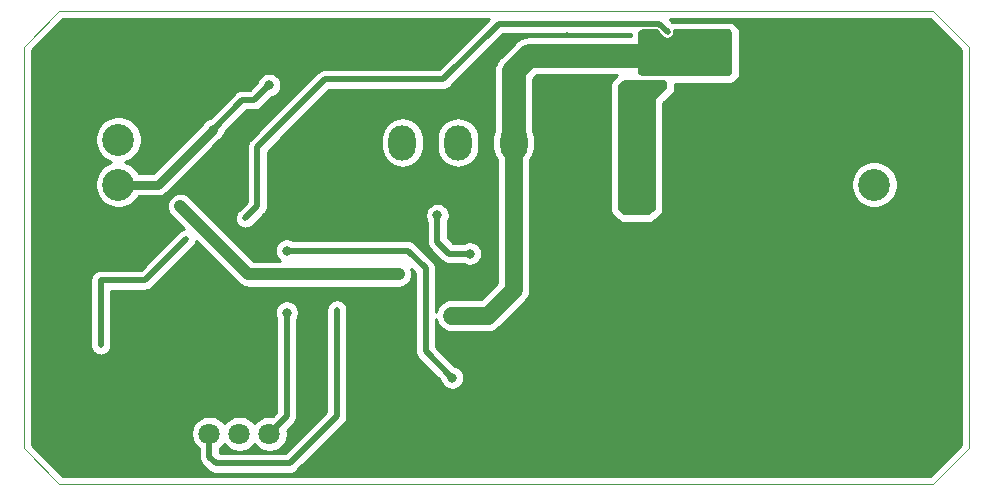
<source format=gbr>
%TF.GenerationSoftware,KiCad,Pcbnew,(5.1.10)-1*%
%TF.CreationDate,2021-06-27T16:37:14+02:00*%
%TF.ProjectId,BatteryBoost,42617474-6572-4794-926f-6f73742e6b69,rev?*%
%TF.SameCoordinates,Original*%
%TF.FileFunction,Copper,L2,Bot*%
%TF.FilePolarity,Positive*%
%FSLAX46Y46*%
G04 Gerber Fmt 4.6, Leading zero omitted, Abs format (unit mm)*
G04 Created by KiCad (PCBNEW (5.1.10)-1) date 2021-06-27 16:37:14*
%MOMM*%
%LPD*%
G01*
G04 APERTURE LIST*
%TA.AperFunction,Profile*%
%ADD10C,0.050000*%
%TD*%
%TA.AperFunction,ComponentPad*%
%ADD11O,2.300000X3.000000*%
%TD*%
%TA.AperFunction,ComponentPad*%
%ADD12C,1.800000*%
%TD*%
%TA.AperFunction,ComponentPad*%
%ADD13C,2.700000*%
%TD*%
%TA.AperFunction,ComponentPad*%
%ADD14O,1.100000X1.800000*%
%TD*%
%TA.AperFunction,ComponentPad*%
%ADD15C,1.290000*%
%TD*%
%TA.AperFunction,ConnectorPad*%
%ADD16C,5.600000*%
%TD*%
%TA.AperFunction,ComponentPad*%
%ADD17C,3.600000*%
%TD*%
%TA.AperFunction,ViaPad*%
%ADD18C,0.500000*%
%TD*%
%TA.AperFunction,ViaPad*%
%ADD19C,0.800000*%
%TD*%
%TA.AperFunction,Conductor*%
%ADD20C,0.500000*%
%TD*%
%TA.AperFunction,Conductor*%
%ADD21C,1.000000*%
%TD*%
%TA.AperFunction,Conductor*%
%ADD22C,2.000000*%
%TD*%
%TA.AperFunction,Conductor*%
%ADD23C,1.500000*%
%TD*%
%TA.AperFunction,Conductor*%
%ADD24C,0.750000*%
%TD*%
%TA.AperFunction,Conductor*%
%ADD25C,0.254000*%
%TD*%
%TA.AperFunction,Conductor*%
%ADD26C,0.100000*%
%TD*%
%TA.AperFunction,Conductor*%
%ADD27C,0.200000*%
%TD*%
G04 APERTURE END LIST*
D10*
X3000000Y-40000000D02*
X0Y-37000000D01*
X80000000Y-37000000D02*
X77000000Y-40000000D01*
X77000000Y0D02*
X80000000Y-3000000D01*
X0Y-3000000D02*
X3000000Y0D01*
X80000000Y-37000000D02*
X80000000Y-3000000D01*
X3000000Y-40000000D02*
X77000000Y-40000000D01*
X77000000Y0D02*
X3000000Y0D01*
X0Y-3000000D02*
X0Y-37000000D01*
D11*
%TO.P,SW1,1*%
%TO.N,Net-(SW1-Pad1)*%
X32050000Y-11100000D03*
%TO.P,SW1,2*%
%TO.N,Net-(Q1-PadD)*%
X36750000Y-11100000D03*
%TO.P,SW1,3*%
%TO.N,SMPS_Pwr*%
X41450000Y-11100000D03*
%TD*%
D12*
%TO.P,RV1,3*%
%TO.N,Net-(R7-Pad1)*%
X20790000Y-35750000D03*
%TO.P,RV1,2*%
%TO.N,SMPS_VoltageSetting*%
X18250000Y-35750000D03*
%TO.P,RV1,1*%
%TO.N,Net-(R6-Pad2)*%
X15710000Y-35750000D03*
%TD*%
D13*
%TO.P,J7,1*%
%TO.N,/Vout*%
X72000000Y-14655000D03*
%TO.P,J7,2*%
%TO.N,GND*%
X72000000Y-10845000D03*
%TD*%
%TO.P,J6,1*%
%TO.N,/Raw_Batt_+*%
X8000000Y-10845000D03*
%TO.P,J6,2*%
%TO.N,/Raw_Batt_-*%
X8000000Y-14655000D03*
%TD*%
D14*
%TO.P,J5,6*%
%TO.N,GND*%
X12650000Y-2450000D03*
D15*
X13825000Y-5250000D03*
X18675000Y-5250000D03*
D14*
X12650000Y-2450000D03*
X19850000Y-2450000D03*
%TD*%
D16*
%TO.P,J4,1*%
%TO.N,GND*%
X4250000Y-35750000D03*
D17*
X4250000Y-35750000D03*
%TD*%
D16*
%TO.P,J3,1*%
%TO.N,GND*%
X75750000Y-4250000D03*
D17*
X75750000Y-4250000D03*
%TD*%
D16*
%TO.P,J2,1*%
%TO.N,GND*%
X75750000Y-35750000D03*
D17*
X75750000Y-35750000D03*
%TD*%
D16*
%TO.P,J1,1*%
%TO.N,GND*%
X4250000Y-4250000D03*
D17*
X4250000Y-4250000D03*
%TD*%
D18*
%TO.N,GND*%
X37750000Y-34250000D03*
X39750000Y-34250000D03*
X40500000Y-35000000D03*
X38750000Y-34250000D03*
X37000000Y-35000000D03*
X47000000Y-34250000D03*
X49000000Y-34250000D03*
X49750000Y-35000000D03*
X48000000Y-34250000D03*
X46250000Y-35000000D03*
X56250000Y-34250000D03*
X58250000Y-34250000D03*
X59000000Y-35000000D03*
X57250000Y-34250000D03*
X55500000Y-35000000D03*
X65500000Y-34250000D03*
X67500000Y-34250000D03*
X68250000Y-35000000D03*
X66500000Y-34250000D03*
X64750000Y-35000000D03*
X63250000Y-2500000D03*
X64000000Y-7250000D03*
X65500000Y-8500000D03*
X67000000Y-7250000D03*
X15500000Y-23750000D03*
X13500000Y-29500000D03*
X15750000Y-28000000D03*
X7000000Y-31000000D03*
X7000000Y-32250000D03*
X8250000Y-33000000D03*
X29500000Y-34250000D03*
X30500000Y-34250000D03*
X31250000Y-35000000D03*
X28500000Y-34250000D03*
X27750000Y-35000000D03*
X12250000Y-18250000D03*
X26000000Y-16750000D03*
X63500000Y-5250000D03*
X46000000Y-2000000D03*
%TO.N,+5V*%
X6500000Y-22750000D03*
X6500000Y-28250000D03*
X13725000Y-19275000D03*
D19*
%TO.N,VBATT*%
X30250000Y-22250000D03*
X31750000Y-22250000D03*
X13250000Y-16500000D03*
%TO.N,Net-(L1-Pad2)*%
X51500000Y-13500000D03*
X51500000Y-14500000D03*
X51500000Y-15500000D03*
X51500000Y-16500000D03*
X52400000Y-6300000D03*
X52900000Y-7100000D03*
X53400000Y-6300000D03*
D18*
%TO.N,SMPS_Pwr*%
X52750000Y-2250000D03*
X52750000Y-3250000D03*
X52750000Y-4250000D03*
X53750000Y-3250000D03*
X53750000Y-4250000D03*
X54750000Y-3750000D03*
X59250000Y-2900000D03*
X59250000Y-3900000D03*
X59250000Y-4900000D03*
X58250000Y-3900000D03*
D19*
X36250000Y-25750000D03*
X37250000Y-25750000D03*
X38250000Y-25750000D03*
X39250000Y-25750000D03*
%TO.N,Net-(R7-Pad1)*%
X22250000Y-25500000D03*
%TO.N,SMPS_Output*%
X22250000Y-20250000D03*
X36250000Y-31000000D03*
D18*
%TO.N,SMPS_VoltageSetting*%
X54500000Y-1750000D03*
X18750000Y-17500000D03*
%TO.N,Net-(R6-Pad2)*%
X26500000Y-25250000D03*
D19*
%TO.N,/Raw_Batt_-*%
X16000000Y-10000000D03*
X20750000Y-6250000D03*
%TO.N,Net-(R16-Pad1)*%
X37750000Y-20500000D03*
X35000000Y-17250000D03*
%TD*%
D20*
%TO.N,+5V*%
X6500000Y-22750000D02*
X6500000Y-28250000D01*
X10250000Y-22750000D02*
X13725000Y-19275000D01*
X6500000Y-22750000D02*
X10250000Y-22750000D01*
D21*
%TO.N,VBATT*%
X31750000Y-22250000D02*
X30250000Y-22250000D01*
X19000000Y-22250000D02*
X13250000Y-16500000D01*
X30250000Y-22250000D02*
X19000000Y-22250000D01*
D22*
%TO.N,SMPS_Pwr*%
X41450000Y-11100000D02*
X41450000Y-5050000D01*
X42750000Y-3750000D02*
X54750000Y-3750000D01*
X41450000Y-5050000D02*
X42750000Y-3750000D01*
D23*
X41450000Y-23550000D02*
X39250000Y-25750000D01*
X39250000Y-25750000D02*
X38250000Y-25750000D01*
X41450000Y-11100000D02*
X41450000Y-23550000D01*
X36250000Y-25750000D02*
X36250000Y-25750000D01*
X37250000Y-25750000D02*
X36250000Y-25750000D01*
X38250000Y-25750000D02*
X37250000Y-25750000D01*
X39250000Y-25750000D02*
X39250000Y-25750000D01*
D20*
%TO.N,Net-(R7-Pad1)*%
X22250000Y-34290000D02*
X20790000Y-35750000D01*
X22250000Y-25500000D02*
X22250000Y-34290000D01*
%TO.N,SMPS_Output*%
X22250000Y-20250000D02*
X32500000Y-20250000D01*
X32500000Y-20250000D02*
X34000000Y-21750000D01*
X34000000Y-28750000D02*
X36250000Y-31000000D01*
X34000000Y-21750000D02*
X34000000Y-28750000D01*
%TO.N,SMPS_VoltageSetting*%
X19750000Y-11750000D02*
X19750000Y-11500000D01*
X19750000Y-11500000D02*
X25500000Y-5750000D01*
X25500000Y-5750000D02*
X35500000Y-5750000D01*
X53799999Y-1049999D02*
X54500000Y-1750000D01*
X40200001Y-1049999D02*
X53799999Y-1049999D01*
X35500000Y-5750000D02*
X40200001Y-1049999D01*
X18750000Y-17500000D02*
X18750000Y-17500000D01*
X18750000Y-17500000D02*
X19750000Y-16500000D01*
X19750000Y-16500000D02*
X19750000Y-11500000D01*
%TO.N,Net-(R6-Pad2)*%
X26500000Y-34250000D02*
X26500000Y-25250000D01*
X22500000Y-38250000D02*
X26500000Y-34250000D01*
X16250000Y-38250000D02*
X22500000Y-38250000D01*
X15710000Y-37710000D02*
X16250000Y-38250000D01*
X15710000Y-35750000D02*
X15710000Y-37710000D01*
D24*
%TO.N,/Raw_Batt_-*%
X11345000Y-14655000D02*
X16000000Y-10000000D01*
X8000000Y-14655000D02*
X11345000Y-14655000D01*
D20*
X20750000Y-6250000D02*
X19500000Y-7500000D01*
X18500000Y-7500000D02*
X16000000Y-10000000D01*
X19500000Y-7500000D02*
X18500000Y-7500000D01*
%TO.N,Net-(R16-Pad1)*%
X37750000Y-20500000D02*
X36000000Y-20500000D01*
X35000000Y-19500000D02*
X35000000Y-17250000D01*
X36000000Y-20500000D02*
X35000000Y-19500000D01*
%TD*%
D25*
%TO.N,GND*%
X35133422Y-4865000D02*
X25543469Y-4865000D01*
X25500000Y-4860719D01*
X25456531Y-4865000D01*
X25456523Y-4865000D01*
X25341306Y-4876348D01*
X25326509Y-4877805D01*
X25275903Y-4893157D01*
X25159687Y-4928411D01*
X25005941Y-5010589D01*
X25005939Y-5010590D01*
X25005940Y-5010590D01*
X24904953Y-5093468D01*
X24904951Y-5093470D01*
X24871183Y-5121183D01*
X24843470Y-5154951D01*
X19154955Y-10843467D01*
X19121183Y-10871183D01*
X19010589Y-11005941D01*
X18928411Y-11159687D01*
X18877805Y-11326510D01*
X18865000Y-11456523D01*
X18865000Y-11456531D01*
X18860719Y-11500000D01*
X18865000Y-11543469D01*
X18865000Y-11793476D01*
X18865001Y-11793485D01*
X18865000Y-16133421D01*
X18185848Y-16812574D01*
X18185845Y-16812576D01*
X18154951Y-16843470D01*
X18121183Y-16871183D01*
X18093470Y-16904951D01*
X18062576Y-16935845D01*
X18038304Y-16972171D01*
X18010589Y-17005941D01*
X17989996Y-17044467D01*
X17965723Y-17080795D01*
X17949001Y-17121165D01*
X17928411Y-17159687D01*
X17915731Y-17201487D01*
X17899010Y-17241855D01*
X17890487Y-17284705D01*
X17877805Y-17326510D01*
X17873523Y-17369987D01*
X17865000Y-17412835D01*
X17865000Y-17456523D01*
X17860718Y-17500000D01*
X17865000Y-17543477D01*
X17865000Y-17587165D01*
X17873523Y-17630013D01*
X17877805Y-17673490D01*
X17890487Y-17715295D01*
X17899010Y-17758145D01*
X17915731Y-17798513D01*
X17928411Y-17840313D01*
X17949001Y-17878835D01*
X17965723Y-17919205D01*
X17989996Y-17955533D01*
X18010589Y-17994059D01*
X18038304Y-18027829D01*
X18062576Y-18064155D01*
X18093470Y-18095049D01*
X18121183Y-18128817D01*
X18154951Y-18156530D01*
X18185845Y-18187424D01*
X18222171Y-18211696D01*
X18255941Y-18239411D01*
X18294467Y-18260004D01*
X18330795Y-18284277D01*
X18371165Y-18300999D01*
X18409687Y-18321589D01*
X18451487Y-18334269D01*
X18491855Y-18350990D01*
X18534705Y-18359513D01*
X18576510Y-18372195D01*
X18619987Y-18376477D01*
X18662835Y-18385000D01*
X18706531Y-18385000D01*
X18750000Y-18389281D01*
X18793469Y-18385000D01*
X18837165Y-18385000D01*
X18880013Y-18376477D01*
X18923490Y-18372195D01*
X18965295Y-18359513D01*
X19008145Y-18350990D01*
X19048513Y-18334269D01*
X19090313Y-18321589D01*
X19128835Y-18300999D01*
X19169205Y-18284277D01*
X19205533Y-18260004D01*
X19244059Y-18239411D01*
X19277829Y-18211696D01*
X19314155Y-18187424D01*
X19345049Y-18156530D01*
X19378817Y-18128817D01*
X19406530Y-18095049D01*
X19437424Y-18064155D01*
X19437426Y-18064152D01*
X20345050Y-17156529D01*
X20355368Y-17148061D01*
X33965000Y-17148061D01*
X33965000Y-17351939D01*
X34004774Y-17551898D01*
X34082795Y-17740256D01*
X34115001Y-17788455D01*
X34115000Y-19456531D01*
X34110719Y-19500000D01*
X34115000Y-19543469D01*
X34115000Y-19543476D01*
X34127805Y-19673489D01*
X34178411Y-19840312D01*
X34260589Y-19994058D01*
X34371183Y-20128817D01*
X34404956Y-20156534D01*
X35343470Y-21095049D01*
X35371183Y-21128817D01*
X35404951Y-21156530D01*
X35404953Y-21156532D01*
X35505941Y-21239411D01*
X35659686Y-21321589D01*
X35826510Y-21372195D01*
X35956523Y-21385000D01*
X35956531Y-21385000D01*
X36000000Y-21389281D01*
X36043469Y-21385000D01*
X37211546Y-21385000D01*
X37259744Y-21417205D01*
X37448102Y-21495226D01*
X37648061Y-21535000D01*
X37851939Y-21535000D01*
X38051898Y-21495226D01*
X38240256Y-21417205D01*
X38409774Y-21303937D01*
X38553937Y-21159774D01*
X38667205Y-20990256D01*
X38745226Y-20801898D01*
X38785000Y-20601939D01*
X38785000Y-20398061D01*
X38745226Y-20198102D01*
X38667205Y-20009744D01*
X38553937Y-19840226D01*
X38409774Y-19696063D01*
X38240256Y-19582795D01*
X38051898Y-19504774D01*
X37851939Y-19465000D01*
X37648061Y-19465000D01*
X37448102Y-19504774D01*
X37259744Y-19582795D01*
X37211546Y-19615000D01*
X36366579Y-19615000D01*
X35885000Y-19133422D01*
X35885000Y-17788454D01*
X35917205Y-17740256D01*
X35995226Y-17551898D01*
X36035000Y-17351939D01*
X36035000Y-17148061D01*
X35995226Y-16948102D01*
X35917205Y-16759744D01*
X35803937Y-16590226D01*
X35659774Y-16446063D01*
X35490256Y-16332795D01*
X35301898Y-16254774D01*
X35101939Y-16215000D01*
X34898061Y-16215000D01*
X34698102Y-16254774D01*
X34509744Y-16332795D01*
X34340226Y-16446063D01*
X34196063Y-16590226D01*
X34082795Y-16759744D01*
X34004774Y-16948102D01*
X33965000Y-17148061D01*
X20355368Y-17148061D01*
X20378817Y-17128817D01*
X20489411Y-16994059D01*
X20513975Y-16948102D01*
X20571589Y-16840314D01*
X20622195Y-16673490D01*
X20625493Y-16640000D01*
X20635000Y-16543477D01*
X20635000Y-16543469D01*
X20639281Y-16500000D01*
X20635000Y-16456531D01*
X20635000Y-11866578D01*
X21839260Y-10662318D01*
X30265000Y-10662318D01*
X30265000Y-11537683D01*
X30290828Y-11799921D01*
X30392896Y-12136395D01*
X30558646Y-12446491D01*
X30781709Y-12718292D01*
X31053510Y-12941354D01*
X31363606Y-13107104D01*
X31700080Y-13209172D01*
X32050000Y-13243636D01*
X32399921Y-13209172D01*
X32736395Y-13107104D01*
X33046491Y-12941354D01*
X33318292Y-12718292D01*
X33541354Y-12446491D01*
X33707104Y-12136395D01*
X33809172Y-11799921D01*
X33835000Y-11537682D01*
X33835000Y-10662318D01*
X34965000Y-10662318D01*
X34965000Y-11537683D01*
X34990828Y-11799921D01*
X35092896Y-12136395D01*
X35258646Y-12446491D01*
X35481709Y-12718292D01*
X35753510Y-12941354D01*
X36063606Y-13107104D01*
X36400080Y-13209172D01*
X36750000Y-13243636D01*
X37099921Y-13209172D01*
X37436395Y-13107104D01*
X37746491Y-12941354D01*
X38018292Y-12718292D01*
X38241354Y-12446491D01*
X38407104Y-12136395D01*
X38509172Y-11799921D01*
X38535000Y-11537682D01*
X38535000Y-10662317D01*
X38509172Y-10400079D01*
X38407104Y-10063605D01*
X38241354Y-9753509D01*
X38018292Y-9481708D01*
X37746490Y-9258646D01*
X37436394Y-9092896D01*
X37099920Y-8990828D01*
X36750000Y-8956364D01*
X36400079Y-8990828D01*
X36063605Y-9092896D01*
X35753509Y-9258646D01*
X35481708Y-9481708D01*
X35258646Y-9753510D01*
X35092896Y-10063606D01*
X34990828Y-10400080D01*
X34965000Y-10662318D01*
X33835000Y-10662318D01*
X33835000Y-10662317D01*
X33809172Y-10400079D01*
X33707104Y-10063605D01*
X33541354Y-9753509D01*
X33318292Y-9481708D01*
X33046490Y-9258646D01*
X32736394Y-9092896D01*
X32399920Y-8990828D01*
X32050000Y-8956364D01*
X31700079Y-8990828D01*
X31363605Y-9092896D01*
X31053509Y-9258646D01*
X30781708Y-9481708D01*
X30558646Y-9753510D01*
X30392896Y-10063606D01*
X30290828Y-10400080D01*
X30265000Y-10662318D01*
X21839260Y-10662318D01*
X25866579Y-6635000D01*
X35456531Y-6635000D01*
X35500000Y-6639281D01*
X35543469Y-6635000D01*
X35543477Y-6635000D01*
X35673490Y-6622195D01*
X35840313Y-6571589D01*
X35994059Y-6489411D01*
X36128817Y-6378817D01*
X36156534Y-6345044D01*
X40566580Y-1934999D01*
X51365000Y-1934999D01*
X51365000Y-2115000D01*
X42830322Y-2115000D01*
X42750000Y-2107089D01*
X42429483Y-2138657D01*
X42185805Y-2212576D01*
X42121285Y-2232148D01*
X41837248Y-2383969D01*
X41588286Y-2588286D01*
X41537084Y-2650677D01*
X40350681Y-3837080D01*
X40288287Y-3888286D01*
X40113726Y-4100990D01*
X40083970Y-4137248D01*
X39932148Y-4421286D01*
X39838658Y-4729484D01*
X39807089Y-5050000D01*
X39815001Y-5130329D01*
X39815000Y-10022252D01*
X39792896Y-10063606D01*
X39690828Y-10400080D01*
X39665000Y-10662318D01*
X39665000Y-11537683D01*
X39690828Y-11799921D01*
X39792896Y-12136395D01*
X39958646Y-12446491D01*
X40065000Y-12576083D01*
X40065001Y-22976313D01*
X38676315Y-24365000D01*
X36181963Y-24365000D01*
X35978493Y-24385040D01*
X35717419Y-24464236D01*
X35476812Y-24592843D01*
X35265919Y-24765919D01*
X35092843Y-24976812D01*
X34964236Y-25217419D01*
X34885040Y-25478493D01*
X34885000Y-25478899D01*
X34885000Y-21793465D01*
X34889281Y-21749999D01*
X34885000Y-21706533D01*
X34885000Y-21706523D01*
X34872195Y-21576510D01*
X34821589Y-21409687D01*
X34739411Y-21255941D01*
X34660488Y-21159774D01*
X34656532Y-21154953D01*
X34656530Y-21154951D01*
X34628817Y-21121183D01*
X34595050Y-21093471D01*
X33156534Y-19654956D01*
X33128817Y-19621183D01*
X32994059Y-19510589D01*
X32840313Y-19428411D01*
X32673490Y-19377805D01*
X32543477Y-19365000D01*
X32543469Y-19365000D01*
X32500000Y-19360719D01*
X32456531Y-19365000D01*
X22788454Y-19365000D01*
X22740256Y-19332795D01*
X22551898Y-19254774D01*
X22351939Y-19215000D01*
X22148061Y-19215000D01*
X21948102Y-19254774D01*
X21759744Y-19332795D01*
X21590226Y-19446063D01*
X21446063Y-19590226D01*
X21332795Y-19759744D01*
X21254774Y-19948102D01*
X21215000Y-20148061D01*
X21215000Y-20351939D01*
X21254774Y-20551898D01*
X21332795Y-20740256D01*
X21446063Y-20909774D01*
X21590226Y-21053937D01*
X21681613Y-21115000D01*
X19470132Y-21115000D01*
X14013143Y-15658012D01*
X13883622Y-15551717D01*
X13686446Y-15446324D01*
X13472498Y-15381423D01*
X13250000Y-15359509D01*
X13027502Y-15381423D01*
X12813554Y-15446324D01*
X12616378Y-15551717D01*
X12443552Y-15693552D01*
X12301717Y-15866378D01*
X12196324Y-16063554D01*
X12131423Y-16277502D01*
X12109509Y-16500000D01*
X12131423Y-16722498D01*
X12196324Y-16936446D01*
X12301717Y-17133622D01*
X12408012Y-17263143D01*
X13548567Y-18403698D01*
X13509712Y-18415485D01*
X13466855Y-18424010D01*
X13426481Y-18440733D01*
X13384686Y-18453412D01*
X13346168Y-18474000D01*
X13305795Y-18490723D01*
X13269464Y-18514999D01*
X13230940Y-18535590D01*
X13197170Y-18563304D01*
X13160845Y-18587576D01*
X13129953Y-18618468D01*
X9883422Y-21865000D01*
X6543476Y-21865000D01*
X6500000Y-21860718D01*
X6456523Y-21865000D01*
X6412835Y-21865000D01*
X6369987Y-21873523D01*
X6326510Y-21877805D01*
X6284705Y-21890487D01*
X6241855Y-21899010D01*
X6201487Y-21915731D01*
X6159687Y-21928411D01*
X6121165Y-21949001D01*
X6080795Y-21965723D01*
X6044467Y-21989996D01*
X6005941Y-22010589D01*
X5972171Y-22038304D01*
X5935845Y-22062576D01*
X5904951Y-22093470D01*
X5871183Y-22121183D01*
X5843470Y-22154951D01*
X5812576Y-22185845D01*
X5788304Y-22222171D01*
X5760589Y-22255941D01*
X5739996Y-22294467D01*
X5715723Y-22330795D01*
X5699001Y-22371165D01*
X5678411Y-22409687D01*
X5665731Y-22451487D01*
X5649010Y-22491855D01*
X5640487Y-22534705D01*
X5627805Y-22576510D01*
X5623523Y-22619987D01*
X5615000Y-22662835D01*
X5615000Y-22706523D01*
X5610718Y-22750000D01*
X5615000Y-22793477D01*
X5615001Y-28162830D01*
X5615000Y-28162835D01*
X5615000Y-28337165D01*
X5623525Y-28380023D01*
X5627806Y-28423490D01*
X5640485Y-28465285D01*
X5649010Y-28508145D01*
X5665735Y-28548522D01*
X5678412Y-28590313D01*
X5698998Y-28628827D01*
X5715723Y-28669205D01*
X5740001Y-28705540D01*
X5760590Y-28744059D01*
X5788299Y-28777823D01*
X5812576Y-28814155D01*
X5843476Y-28845055D01*
X5871184Y-28878817D01*
X5904946Y-28906525D01*
X5935845Y-28937424D01*
X5972176Y-28961700D01*
X6005942Y-28989411D01*
X6044463Y-29010001D01*
X6080795Y-29034277D01*
X6121169Y-29051000D01*
X6159688Y-29071589D01*
X6201484Y-29084268D01*
X6241855Y-29100990D01*
X6284708Y-29109514D01*
X6326511Y-29122195D01*
X6369987Y-29126477D01*
X6412835Y-29135000D01*
X6456524Y-29135000D01*
X6500000Y-29139282D01*
X6543477Y-29135000D01*
X6587165Y-29135000D01*
X6630013Y-29126477D01*
X6673490Y-29122195D01*
X6715295Y-29109513D01*
X6758145Y-29100990D01*
X6798513Y-29084269D01*
X6840313Y-29071589D01*
X6878835Y-29050999D01*
X6919205Y-29034277D01*
X6955533Y-29010004D01*
X6994059Y-28989411D01*
X7027829Y-28961696D01*
X7064155Y-28937424D01*
X7095049Y-28906530D01*
X7128817Y-28878817D01*
X7156530Y-28845049D01*
X7187424Y-28814155D01*
X7211696Y-28777829D01*
X7239411Y-28744059D01*
X7260004Y-28705533D01*
X7284277Y-28669205D01*
X7300999Y-28628835D01*
X7321589Y-28590313D01*
X7334269Y-28548513D01*
X7350990Y-28508145D01*
X7359513Y-28465295D01*
X7372195Y-28423490D01*
X7376477Y-28380013D01*
X7385000Y-28337165D01*
X7385000Y-23635000D01*
X10206531Y-23635000D01*
X10250000Y-23639281D01*
X10293469Y-23635000D01*
X10293477Y-23635000D01*
X10423490Y-23622195D01*
X10590313Y-23571589D01*
X10744059Y-23489411D01*
X10878817Y-23378817D01*
X10906534Y-23345044D01*
X14381532Y-19870047D01*
X14412424Y-19839155D01*
X14436696Y-19802830D01*
X14464410Y-19769060D01*
X14485001Y-19730536D01*
X14509277Y-19694205D01*
X14526000Y-19653832D01*
X14546588Y-19615314D01*
X14559267Y-19573519D01*
X14575990Y-19533145D01*
X14584515Y-19490288D01*
X14596302Y-19451433D01*
X18158009Y-23013141D01*
X18193551Y-23056449D01*
X18366377Y-23198284D01*
X18563553Y-23303676D01*
X18777501Y-23368577D01*
X18881471Y-23378817D01*
X19000000Y-23390491D01*
X19055751Y-23385000D01*
X31805752Y-23385000D01*
X31972499Y-23368577D01*
X32186447Y-23303676D01*
X32383623Y-23198284D01*
X32556449Y-23056449D01*
X32698284Y-22883623D01*
X32803676Y-22686447D01*
X32868577Y-22472499D01*
X32890491Y-22250000D01*
X32868577Y-22027501D01*
X32803676Y-21813553D01*
X32794147Y-21795726D01*
X33115000Y-22116579D01*
X33115001Y-28706521D01*
X33110719Y-28750000D01*
X33127805Y-28923490D01*
X33178412Y-29090313D01*
X33260590Y-29244059D01*
X33343468Y-29345046D01*
X33343471Y-29345049D01*
X33371184Y-29378817D01*
X33404951Y-29406529D01*
X35243465Y-31245044D01*
X35254774Y-31301898D01*
X35332795Y-31490256D01*
X35446063Y-31659774D01*
X35590226Y-31803937D01*
X35759744Y-31917205D01*
X35948102Y-31995226D01*
X36148061Y-32035000D01*
X36351939Y-32035000D01*
X36551898Y-31995226D01*
X36740256Y-31917205D01*
X36909774Y-31803937D01*
X37053937Y-31659774D01*
X37167205Y-31490256D01*
X37245226Y-31301898D01*
X37285000Y-31101939D01*
X37285000Y-30898061D01*
X37245226Y-30698102D01*
X37167205Y-30509744D01*
X37053937Y-30340226D01*
X36909774Y-30196063D01*
X36740256Y-30082795D01*
X36551898Y-30004774D01*
X36495044Y-29993465D01*
X34885000Y-28383422D01*
X34885000Y-26021101D01*
X34885040Y-26021507D01*
X34964236Y-26282581D01*
X35092843Y-26523188D01*
X35265919Y-26734081D01*
X35476812Y-26907157D01*
X35717419Y-27035764D01*
X35978493Y-27114960D01*
X36181963Y-27135000D01*
X39181971Y-27135000D01*
X39250000Y-27141700D01*
X39318029Y-27135000D01*
X39318037Y-27135000D01*
X39521507Y-27114960D01*
X39782581Y-27035764D01*
X40023188Y-26907157D01*
X40234081Y-26734081D01*
X40277454Y-26681231D01*
X42381236Y-24577450D01*
X42434081Y-24534081D01*
X42490182Y-24465723D01*
X42607157Y-24323188D01*
X42735764Y-24082581D01*
X42814960Y-23821507D01*
X42835000Y-23618037D01*
X42835000Y-23618029D01*
X42841700Y-23550000D01*
X42835000Y-23481971D01*
X42835000Y-12576083D01*
X42941354Y-12446491D01*
X43107104Y-12136395D01*
X43209172Y-11799921D01*
X43235000Y-11537682D01*
X43235000Y-10662317D01*
X43209172Y-10400079D01*
X43107104Y-10063605D01*
X43085000Y-10022251D01*
X43085000Y-5727239D01*
X43427239Y-5385000D01*
X50216974Y-5385000D01*
X49800987Y-5800987D01*
X49722017Y-5897213D01*
X49663336Y-6006996D01*
X49627201Y-6126118D01*
X49615000Y-6250000D01*
X49615000Y-16750000D01*
X49627201Y-16873882D01*
X49663336Y-16993004D01*
X49722017Y-17102787D01*
X49800987Y-17199013D01*
X50300987Y-17699013D01*
X50397213Y-17777983D01*
X50506996Y-17836664D01*
X50626118Y-17872799D01*
X50750000Y-17885000D01*
X53000000Y-17885000D01*
X53123882Y-17872799D01*
X53243004Y-17836664D01*
X53352787Y-17777983D01*
X53449013Y-17699013D01*
X53949013Y-17199013D01*
X54027983Y-17102787D01*
X54086664Y-16993004D01*
X54122799Y-16873882D01*
X54135000Y-16750000D01*
X54135000Y-14459495D01*
X70015000Y-14459495D01*
X70015000Y-14850505D01*
X70091282Y-15234003D01*
X70240915Y-15595250D01*
X70458149Y-15920364D01*
X70734636Y-16196851D01*
X71059750Y-16414085D01*
X71420997Y-16563718D01*
X71804495Y-16640000D01*
X72195505Y-16640000D01*
X72579003Y-16563718D01*
X72940250Y-16414085D01*
X73265364Y-16196851D01*
X73541851Y-15920364D01*
X73759085Y-15595250D01*
X73908718Y-15234003D01*
X73985000Y-14850505D01*
X73985000Y-14459495D01*
X73908718Y-14075997D01*
X73759085Y-13714750D01*
X73541851Y-13389636D01*
X73265364Y-13113149D01*
X72940250Y-12895915D01*
X72579003Y-12746282D01*
X72195505Y-12670000D01*
X71804495Y-12670000D01*
X71420997Y-12746282D01*
X71059750Y-12895915D01*
X70734636Y-13113149D01*
X70458149Y-13389636D01*
X70240915Y-13714750D01*
X70091282Y-14075997D01*
X70015000Y-14459495D01*
X54135000Y-14459495D01*
X54135000Y-7763026D01*
X54949013Y-6949013D01*
X55027983Y-6852787D01*
X55086664Y-6743004D01*
X55122799Y-6623882D01*
X55135000Y-6500000D01*
X55135000Y-6135000D01*
X59750000Y-6135000D01*
X59873882Y-6122799D01*
X59993004Y-6086664D01*
X60102787Y-6027983D01*
X60199013Y-5949013D01*
X60449013Y-5699013D01*
X60527983Y-5602787D01*
X60586664Y-5493004D01*
X60622799Y-5373882D01*
X60635000Y-5250000D01*
X60635000Y-1750000D01*
X60622799Y-1626118D01*
X60586664Y-1506996D01*
X60527983Y-1397213D01*
X60449013Y-1300987D01*
X60199013Y-1050987D01*
X60102787Y-972017D01*
X59993004Y-913336D01*
X59873882Y-877201D01*
X59750000Y-865000D01*
X54866579Y-865000D01*
X54661578Y-660000D01*
X76726620Y-660000D01*
X79340001Y-3273382D01*
X79340000Y-36726619D01*
X76726620Y-39340000D01*
X3273381Y-39340000D01*
X660000Y-36726620D01*
X660000Y-35598816D01*
X14175000Y-35598816D01*
X14175000Y-35901184D01*
X14233989Y-36197743D01*
X14349701Y-36477095D01*
X14517688Y-36728505D01*
X14731495Y-36942312D01*
X14825001Y-37004791D01*
X14825001Y-37666521D01*
X14820719Y-37710000D01*
X14837805Y-37883490D01*
X14888412Y-38050313D01*
X14970590Y-38204059D01*
X15053468Y-38305046D01*
X15053471Y-38305049D01*
X15081184Y-38338817D01*
X15114952Y-38366530D01*
X15593466Y-38845044D01*
X15621183Y-38878817D01*
X15755941Y-38989411D01*
X15909687Y-39071589D01*
X16076510Y-39122195D01*
X16206523Y-39135000D01*
X16206533Y-39135000D01*
X16249999Y-39139281D01*
X16293465Y-39135000D01*
X22456531Y-39135000D01*
X22500000Y-39139281D01*
X22543469Y-39135000D01*
X22543477Y-39135000D01*
X22673490Y-39122195D01*
X22840313Y-39071589D01*
X22994059Y-38989411D01*
X23128817Y-38878817D01*
X23156534Y-38845044D01*
X27095050Y-34906528D01*
X27128817Y-34878817D01*
X27239411Y-34744059D01*
X27321589Y-34590313D01*
X27372195Y-34423490D01*
X27385000Y-34293477D01*
X27385000Y-34293467D01*
X27389281Y-34250001D01*
X27385000Y-34206535D01*
X27385000Y-25162835D01*
X27376477Y-25119987D01*
X27372195Y-25076510D01*
X27359513Y-25034705D01*
X27350990Y-24991855D01*
X27334269Y-24951487D01*
X27321589Y-24909687D01*
X27300999Y-24871165D01*
X27284277Y-24830795D01*
X27260004Y-24794467D01*
X27239411Y-24755941D01*
X27211696Y-24722171D01*
X27187424Y-24685845D01*
X27156530Y-24654951D01*
X27128817Y-24621183D01*
X27095049Y-24593470D01*
X27064155Y-24562576D01*
X27027829Y-24538304D01*
X26994059Y-24510589D01*
X26955533Y-24489996D01*
X26919205Y-24465723D01*
X26878835Y-24449001D01*
X26840313Y-24428411D01*
X26798513Y-24415731D01*
X26758145Y-24399010D01*
X26715295Y-24390487D01*
X26673490Y-24377805D01*
X26630013Y-24373523D01*
X26587165Y-24365000D01*
X26543477Y-24365000D01*
X26500000Y-24360718D01*
X26456524Y-24365000D01*
X26412835Y-24365000D01*
X26369987Y-24373523D01*
X26326511Y-24377805D01*
X26284708Y-24390486D01*
X26241855Y-24399010D01*
X26201484Y-24415732D01*
X26159688Y-24428411D01*
X26121169Y-24449000D01*
X26080795Y-24465723D01*
X26044463Y-24489999D01*
X26005942Y-24510589D01*
X25972176Y-24538300D01*
X25935845Y-24562576D01*
X25904946Y-24593475D01*
X25871184Y-24621183D01*
X25843476Y-24654945D01*
X25812576Y-24685845D01*
X25788299Y-24722177D01*
X25760590Y-24755941D01*
X25740001Y-24794460D01*
X25715723Y-24830795D01*
X25698998Y-24871173D01*
X25678412Y-24909687D01*
X25665735Y-24951478D01*
X25649010Y-24991855D01*
X25640485Y-25034715D01*
X25627806Y-25076510D01*
X25623525Y-25119977D01*
X25615000Y-25162835D01*
X25615000Y-25337165D01*
X25615001Y-25337170D01*
X25615000Y-33883421D01*
X22133422Y-37365000D01*
X16616578Y-37365000D01*
X16595000Y-37343422D01*
X16595000Y-37004790D01*
X16688505Y-36942312D01*
X16902312Y-36728505D01*
X16980000Y-36612237D01*
X17057688Y-36728505D01*
X17271495Y-36942312D01*
X17522905Y-37110299D01*
X17802257Y-37226011D01*
X18098816Y-37285000D01*
X18401184Y-37285000D01*
X18697743Y-37226011D01*
X18977095Y-37110299D01*
X19228505Y-36942312D01*
X19442312Y-36728505D01*
X19520000Y-36612237D01*
X19597688Y-36728505D01*
X19811495Y-36942312D01*
X20062905Y-37110299D01*
X20342257Y-37226011D01*
X20638816Y-37285000D01*
X20941184Y-37285000D01*
X21237743Y-37226011D01*
X21517095Y-37110299D01*
X21768505Y-36942312D01*
X21982312Y-36728505D01*
X22150299Y-36477095D01*
X22266011Y-36197743D01*
X22325000Y-35901184D01*
X22325000Y-35598816D01*
X22303060Y-35488518D01*
X22845049Y-34946530D01*
X22878817Y-34918817D01*
X22911645Y-34878817D01*
X22989411Y-34784059D01*
X23071589Y-34630313D01*
X23122195Y-34463490D01*
X23135000Y-34333477D01*
X23135000Y-34333469D01*
X23139281Y-34290000D01*
X23135000Y-34246531D01*
X23135000Y-26038454D01*
X23167205Y-25990256D01*
X23245226Y-25801898D01*
X23285000Y-25601939D01*
X23285000Y-25398061D01*
X23245226Y-25198102D01*
X23167205Y-25009744D01*
X23053937Y-24840226D01*
X22909774Y-24696063D01*
X22740256Y-24582795D01*
X22551898Y-24504774D01*
X22351939Y-24465000D01*
X22148061Y-24465000D01*
X21948102Y-24504774D01*
X21759744Y-24582795D01*
X21590226Y-24696063D01*
X21446063Y-24840226D01*
X21332795Y-25009744D01*
X21254774Y-25198102D01*
X21215000Y-25398061D01*
X21215000Y-25601939D01*
X21254774Y-25801898D01*
X21332795Y-25990256D01*
X21365000Y-26038454D01*
X21365001Y-33923420D01*
X21051482Y-34236940D01*
X20941184Y-34215000D01*
X20638816Y-34215000D01*
X20342257Y-34273989D01*
X20062905Y-34389701D01*
X19811495Y-34557688D01*
X19597688Y-34771495D01*
X19520000Y-34887763D01*
X19442312Y-34771495D01*
X19228505Y-34557688D01*
X18977095Y-34389701D01*
X18697743Y-34273989D01*
X18401184Y-34215000D01*
X18098816Y-34215000D01*
X17802257Y-34273989D01*
X17522905Y-34389701D01*
X17271495Y-34557688D01*
X17057688Y-34771495D01*
X16980000Y-34887763D01*
X16902312Y-34771495D01*
X16688505Y-34557688D01*
X16437095Y-34389701D01*
X16157743Y-34273989D01*
X15861184Y-34215000D01*
X15558816Y-34215000D01*
X15262257Y-34273989D01*
X14982905Y-34389701D01*
X14731495Y-34557688D01*
X14517688Y-34771495D01*
X14349701Y-35022905D01*
X14233989Y-35302257D01*
X14175000Y-35598816D01*
X660000Y-35598816D01*
X660000Y-10649495D01*
X6015000Y-10649495D01*
X6015000Y-11040505D01*
X6091282Y-11424003D01*
X6240915Y-11785250D01*
X6458149Y-12110364D01*
X6734636Y-12386851D01*
X7059750Y-12604085D01*
X7412021Y-12750000D01*
X7059750Y-12895915D01*
X6734636Y-13113149D01*
X6458149Y-13389636D01*
X6240915Y-13714750D01*
X6091282Y-14075997D01*
X6015000Y-14459495D01*
X6015000Y-14850505D01*
X6091282Y-15234003D01*
X6240915Y-15595250D01*
X6458149Y-15920364D01*
X6734636Y-16196851D01*
X7059750Y-16414085D01*
X7420997Y-16563718D01*
X7804495Y-16640000D01*
X8195505Y-16640000D01*
X8579003Y-16563718D01*
X8940250Y-16414085D01*
X9265364Y-16196851D01*
X9541851Y-15920364D01*
X9712480Y-15665000D01*
X11295392Y-15665000D01*
X11345000Y-15669886D01*
X11542994Y-15650385D01*
X11673755Y-15610719D01*
X11733380Y-15592632D01*
X11908840Y-15498847D01*
X12062633Y-15372633D01*
X12094261Y-15334094D01*
X16553223Y-10875132D01*
X16659774Y-10803937D01*
X16803937Y-10659774D01*
X16917205Y-10490256D01*
X16995226Y-10301898D01*
X17006535Y-10245043D01*
X18866579Y-8385000D01*
X19456531Y-8385000D01*
X19500000Y-8389281D01*
X19543469Y-8385000D01*
X19543477Y-8385000D01*
X19673490Y-8372195D01*
X19840313Y-8321589D01*
X19994059Y-8239411D01*
X20128817Y-8128817D01*
X20156534Y-8095044D01*
X20995044Y-7256535D01*
X21051898Y-7245226D01*
X21240256Y-7167205D01*
X21409774Y-7053937D01*
X21553937Y-6909774D01*
X21667205Y-6740256D01*
X21745226Y-6551898D01*
X21785000Y-6351939D01*
X21785000Y-6148061D01*
X21745226Y-5948102D01*
X21667205Y-5759744D01*
X21553937Y-5590226D01*
X21409774Y-5446063D01*
X21240256Y-5332795D01*
X21051898Y-5254774D01*
X20851939Y-5215000D01*
X20648061Y-5215000D01*
X20448102Y-5254774D01*
X20259744Y-5332795D01*
X20090226Y-5446063D01*
X19946063Y-5590226D01*
X19832795Y-5759744D01*
X19754774Y-5948102D01*
X19743465Y-6004956D01*
X19133422Y-6615000D01*
X18543469Y-6615000D01*
X18500000Y-6610719D01*
X18456531Y-6615000D01*
X18456523Y-6615000D01*
X18326510Y-6627805D01*
X18159687Y-6678411D01*
X18043982Y-6740256D01*
X18005941Y-6760589D01*
X17904953Y-6843468D01*
X17904951Y-6843470D01*
X17871183Y-6871183D01*
X17843470Y-6904951D01*
X15754957Y-8993465D01*
X15698102Y-9004774D01*
X15509744Y-9082795D01*
X15340226Y-9196063D01*
X15196063Y-9340226D01*
X15124868Y-9446777D01*
X10926645Y-13645000D01*
X9712480Y-13645000D01*
X9541851Y-13389636D01*
X9265364Y-13113149D01*
X8940250Y-12895915D01*
X8587979Y-12750000D01*
X8940250Y-12604085D01*
X9265364Y-12386851D01*
X9541851Y-12110364D01*
X9759085Y-11785250D01*
X9908718Y-11424003D01*
X9985000Y-11040505D01*
X9985000Y-10649495D01*
X9908718Y-10265997D01*
X9759085Y-9904750D01*
X9541851Y-9579636D01*
X9265364Y-9303149D01*
X8940250Y-9085915D01*
X8579003Y-8936282D01*
X8195505Y-8860000D01*
X7804495Y-8860000D01*
X7420997Y-8936282D01*
X7059750Y-9085915D01*
X6734636Y-9303149D01*
X6458149Y-9579636D01*
X6240915Y-9904750D01*
X6091282Y-10265997D01*
X6015000Y-10649495D01*
X660000Y-10649495D01*
X660000Y-3273380D01*
X3273381Y-660000D01*
X39338421Y-660000D01*
X35133422Y-4865000D01*
%TA.AperFunction,Conductor*%
D26*
G36*
X35133422Y-4865000D02*
G01*
X25543469Y-4865000D01*
X25500000Y-4860719D01*
X25456531Y-4865000D01*
X25456523Y-4865000D01*
X25341306Y-4876348D01*
X25326509Y-4877805D01*
X25275903Y-4893157D01*
X25159687Y-4928411D01*
X25005941Y-5010589D01*
X25005939Y-5010590D01*
X25005940Y-5010590D01*
X24904953Y-5093468D01*
X24904951Y-5093470D01*
X24871183Y-5121183D01*
X24843470Y-5154951D01*
X19154955Y-10843467D01*
X19121183Y-10871183D01*
X19010589Y-11005941D01*
X18928411Y-11159687D01*
X18877805Y-11326510D01*
X18865000Y-11456523D01*
X18865000Y-11456531D01*
X18860719Y-11500000D01*
X18865000Y-11543469D01*
X18865000Y-11793476D01*
X18865001Y-11793485D01*
X18865000Y-16133421D01*
X18185848Y-16812574D01*
X18185845Y-16812576D01*
X18154951Y-16843470D01*
X18121183Y-16871183D01*
X18093470Y-16904951D01*
X18062576Y-16935845D01*
X18038304Y-16972171D01*
X18010589Y-17005941D01*
X17989996Y-17044467D01*
X17965723Y-17080795D01*
X17949001Y-17121165D01*
X17928411Y-17159687D01*
X17915731Y-17201487D01*
X17899010Y-17241855D01*
X17890487Y-17284705D01*
X17877805Y-17326510D01*
X17873523Y-17369987D01*
X17865000Y-17412835D01*
X17865000Y-17456523D01*
X17860718Y-17500000D01*
X17865000Y-17543477D01*
X17865000Y-17587165D01*
X17873523Y-17630013D01*
X17877805Y-17673490D01*
X17890487Y-17715295D01*
X17899010Y-17758145D01*
X17915731Y-17798513D01*
X17928411Y-17840313D01*
X17949001Y-17878835D01*
X17965723Y-17919205D01*
X17989996Y-17955533D01*
X18010589Y-17994059D01*
X18038304Y-18027829D01*
X18062576Y-18064155D01*
X18093470Y-18095049D01*
X18121183Y-18128817D01*
X18154951Y-18156530D01*
X18185845Y-18187424D01*
X18222171Y-18211696D01*
X18255941Y-18239411D01*
X18294467Y-18260004D01*
X18330795Y-18284277D01*
X18371165Y-18300999D01*
X18409687Y-18321589D01*
X18451487Y-18334269D01*
X18491855Y-18350990D01*
X18534705Y-18359513D01*
X18576510Y-18372195D01*
X18619987Y-18376477D01*
X18662835Y-18385000D01*
X18706531Y-18385000D01*
X18750000Y-18389281D01*
X18793469Y-18385000D01*
X18837165Y-18385000D01*
X18880013Y-18376477D01*
X18923490Y-18372195D01*
X18965295Y-18359513D01*
X19008145Y-18350990D01*
X19048513Y-18334269D01*
X19090313Y-18321589D01*
X19128835Y-18300999D01*
X19169205Y-18284277D01*
X19205533Y-18260004D01*
X19244059Y-18239411D01*
X19277829Y-18211696D01*
X19314155Y-18187424D01*
X19345049Y-18156530D01*
X19378817Y-18128817D01*
X19406530Y-18095049D01*
X19437424Y-18064155D01*
X19437426Y-18064152D01*
X20345050Y-17156529D01*
X20355368Y-17148061D01*
X33965000Y-17148061D01*
X33965000Y-17351939D01*
X34004774Y-17551898D01*
X34082795Y-17740256D01*
X34115001Y-17788455D01*
X34115000Y-19456531D01*
X34110719Y-19500000D01*
X34115000Y-19543469D01*
X34115000Y-19543476D01*
X34127805Y-19673489D01*
X34178411Y-19840312D01*
X34260589Y-19994058D01*
X34371183Y-20128817D01*
X34404956Y-20156534D01*
X35343470Y-21095049D01*
X35371183Y-21128817D01*
X35404951Y-21156530D01*
X35404953Y-21156532D01*
X35505941Y-21239411D01*
X35659686Y-21321589D01*
X35826510Y-21372195D01*
X35956523Y-21385000D01*
X35956531Y-21385000D01*
X36000000Y-21389281D01*
X36043469Y-21385000D01*
X37211546Y-21385000D01*
X37259744Y-21417205D01*
X37448102Y-21495226D01*
X37648061Y-21535000D01*
X37851939Y-21535000D01*
X38051898Y-21495226D01*
X38240256Y-21417205D01*
X38409774Y-21303937D01*
X38553937Y-21159774D01*
X38667205Y-20990256D01*
X38745226Y-20801898D01*
X38785000Y-20601939D01*
X38785000Y-20398061D01*
X38745226Y-20198102D01*
X38667205Y-20009744D01*
X38553937Y-19840226D01*
X38409774Y-19696063D01*
X38240256Y-19582795D01*
X38051898Y-19504774D01*
X37851939Y-19465000D01*
X37648061Y-19465000D01*
X37448102Y-19504774D01*
X37259744Y-19582795D01*
X37211546Y-19615000D01*
X36366579Y-19615000D01*
X35885000Y-19133422D01*
X35885000Y-17788454D01*
X35917205Y-17740256D01*
X35995226Y-17551898D01*
X36035000Y-17351939D01*
X36035000Y-17148061D01*
X35995226Y-16948102D01*
X35917205Y-16759744D01*
X35803937Y-16590226D01*
X35659774Y-16446063D01*
X35490256Y-16332795D01*
X35301898Y-16254774D01*
X35101939Y-16215000D01*
X34898061Y-16215000D01*
X34698102Y-16254774D01*
X34509744Y-16332795D01*
X34340226Y-16446063D01*
X34196063Y-16590226D01*
X34082795Y-16759744D01*
X34004774Y-16948102D01*
X33965000Y-17148061D01*
X20355368Y-17148061D01*
X20378817Y-17128817D01*
X20489411Y-16994059D01*
X20513975Y-16948102D01*
X20571589Y-16840314D01*
X20622195Y-16673490D01*
X20625493Y-16640000D01*
X20635000Y-16543477D01*
X20635000Y-16543469D01*
X20639281Y-16500000D01*
X20635000Y-16456531D01*
X20635000Y-11866578D01*
X21839260Y-10662318D01*
X30265000Y-10662318D01*
X30265000Y-11537683D01*
X30290828Y-11799921D01*
X30392896Y-12136395D01*
X30558646Y-12446491D01*
X30781709Y-12718292D01*
X31053510Y-12941354D01*
X31363606Y-13107104D01*
X31700080Y-13209172D01*
X32050000Y-13243636D01*
X32399921Y-13209172D01*
X32736395Y-13107104D01*
X33046491Y-12941354D01*
X33318292Y-12718292D01*
X33541354Y-12446491D01*
X33707104Y-12136395D01*
X33809172Y-11799921D01*
X33835000Y-11537682D01*
X33835000Y-10662318D01*
X34965000Y-10662318D01*
X34965000Y-11537683D01*
X34990828Y-11799921D01*
X35092896Y-12136395D01*
X35258646Y-12446491D01*
X35481709Y-12718292D01*
X35753510Y-12941354D01*
X36063606Y-13107104D01*
X36400080Y-13209172D01*
X36750000Y-13243636D01*
X37099921Y-13209172D01*
X37436395Y-13107104D01*
X37746491Y-12941354D01*
X38018292Y-12718292D01*
X38241354Y-12446491D01*
X38407104Y-12136395D01*
X38509172Y-11799921D01*
X38535000Y-11537682D01*
X38535000Y-10662317D01*
X38509172Y-10400079D01*
X38407104Y-10063605D01*
X38241354Y-9753509D01*
X38018292Y-9481708D01*
X37746490Y-9258646D01*
X37436394Y-9092896D01*
X37099920Y-8990828D01*
X36750000Y-8956364D01*
X36400079Y-8990828D01*
X36063605Y-9092896D01*
X35753509Y-9258646D01*
X35481708Y-9481708D01*
X35258646Y-9753510D01*
X35092896Y-10063606D01*
X34990828Y-10400080D01*
X34965000Y-10662318D01*
X33835000Y-10662318D01*
X33835000Y-10662317D01*
X33809172Y-10400079D01*
X33707104Y-10063605D01*
X33541354Y-9753509D01*
X33318292Y-9481708D01*
X33046490Y-9258646D01*
X32736394Y-9092896D01*
X32399920Y-8990828D01*
X32050000Y-8956364D01*
X31700079Y-8990828D01*
X31363605Y-9092896D01*
X31053509Y-9258646D01*
X30781708Y-9481708D01*
X30558646Y-9753510D01*
X30392896Y-10063606D01*
X30290828Y-10400080D01*
X30265000Y-10662318D01*
X21839260Y-10662318D01*
X25866579Y-6635000D01*
X35456531Y-6635000D01*
X35500000Y-6639281D01*
X35543469Y-6635000D01*
X35543477Y-6635000D01*
X35673490Y-6622195D01*
X35840313Y-6571589D01*
X35994059Y-6489411D01*
X36128817Y-6378817D01*
X36156534Y-6345044D01*
X40566580Y-1934999D01*
X51365000Y-1934999D01*
X51365000Y-2115000D01*
X42830322Y-2115000D01*
X42750000Y-2107089D01*
X42429483Y-2138657D01*
X42185805Y-2212576D01*
X42121285Y-2232148D01*
X41837248Y-2383969D01*
X41588286Y-2588286D01*
X41537084Y-2650677D01*
X40350681Y-3837080D01*
X40288287Y-3888286D01*
X40113726Y-4100990D01*
X40083970Y-4137248D01*
X39932148Y-4421286D01*
X39838658Y-4729484D01*
X39807089Y-5050000D01*
X39815001Y-5130329D01*
X39815000Y-10022252D01*
X39792896Y-10063606D01*
X39690828Y-10400080D01*
X39665000Y-10662318D01*
X39665000Y-11537683D01*
X39690828Y-11799921D01*
X39792896Y-12136395D01*
X39958646Y-12446491D01*
X40065000Y-12576083D01*
X40065001Y-22976313D01*
X38676315Y-24365000D01*
X36181963Y-24365000D01*
X35978493Y-24385040D01*
X35717419Y-24464236D01*
X35476812Y-24592843D01*
X35265919Y-24765919D01*
X35092843Y-24976812D01*
X34964236Y-25217419D01*
X34885040Y-25478493D01*
X34885000Y-25478899D01*
X34885000Y-21793465D01*
X34889281Y-21749999D01*
X34885000Y-21706533D01*
X34885000Y-21706523D01*
X34872195Y-21576510D01*
X34821589Y-21409687D01*
X34739411Y-21255941D01*
X34660488Y-21159774D01*
X34656532Y-21154953D01*
X34656530Y-21154951D01*
X34628817Y-21121183D01*
X34595050Y-21093471D01*
X33156534Y-19654956D01*
X33128817Y-19621183D01*
X32994059Y-19510589D01*
X32840313Y-19428411D01*
X32673490Y-19377805D01*
X32543477Y-19365000D01*
X32543469Y-19365000D01*
X32500000Y-19360719D01*
X32456531Y-19365000D01*
X22788454Y-19365000D01*
X22740256Y-19332795D01*
X22551898Y-19254774D01*
X22351939Y-19215000D01*
X22148061Y-19215000D01*
X21948102Y-19254774D01*
X21759744Y-19332795D01*
X21590226Y-19446063D01*
X21446063Y-19590226D01*
X21332795Y-19759744D01*
X21254774Y-19948102D01*
X21215000Y-20148061D01*
X21215000Y-20351939D01*
X21254774Y-20551898D01*
X21332795Y-20740256D01*
X21446063Y-20909774D01*
X21590226Y-21053937D01*
X21681613Y-21115000D01*
X19470132Y-21115000D01*
X14013143Y-15658012D01*
X13883622Y-15551717D01*
X13686446Y-15446324D01*
X13472498Y-15381423D01*
X13250000Y-15359509D01*
X13027502Y-15381423D01*
X12813554Y-15446324D01*
X12616378Y-15551717D01*
X12443552Y-15693552D01*
X12301717Y-15866378D01*
X12196324Y-16063554D01*
X12131423Y-16277502D01*
X12109509Y-16500000D01*
X12131423Y-16722498D01*
X12196324Y-16936446D01*
X12301717Y-17133622D01*
X12408012Y-17263143D01*
X13548567Y-18403698D01*
X13509712Y-18415485D01*
X13466855Y-18424010D01*
X13426481Y-18440733D01*
X13384686Y-18453412D01*
X13346168Y-18474000D01*
X13305795Y-18490723D01*
X13269464Y-18514999D01*
X13230940Y-18535590D01*
X13197170Y-18563304D01*
X13160845Y-18587576D01*
X13129953Y-18618468D01*
X9883422Y-21865000D01*
X6543476Y-21865000D01*
X6500000Y-21860718D01*
X6456523Y-21865000D01*
X6412835Y-21865000D01*
X6369987Y-21873523D01*
X6326510Y-21877805D01*
X6284705Y-21890487D01*
X6241855Y-21899010D01*
X6201487Y-21915731D01*
X6159687Y-21928411D01*
X6121165Y-21949001D01*
X6080795Y-21965723D01*
X6044467Y-21989996D01*
X6005941Y-22010589D01*
X5972171Y-22038304D01*
X5935845Y-22062576D01*
X5904951Y-22093470D01*
X5871183Y-22121183D01*
X5843470Y-22154951D01*
X5812576Y-22185845D01*
X5788304Y-22222171D01*
X5760589Y-22255941D01*
X5739996Y-22294467D01*
X5715723Y-22330795D01*
X5699001Y-22371165D01*
X5678411Y-22409687D01*
X5665731Y-22451487D01*
X5649010Y-22491855D01*
X5640487Y-22534705D01*
X5627805Y-22576510D01*
X5623523Y-22619987D01*
X5615000Y-22662835D01*
X5615000Y-22706523D01*
X5610718Y-22750000D01*
X5615000Y-22793477D01*
X5615001Y-28162830D01*
X5615000Y-28162835D01*
X5615000Y-28337165D01*
X5623525Y-28380023D01*
X5627806Y-28423490D01*
X5640485Y-28465285D01*
X5649010Y-28508145D01*
X5665735Y-28548522D01*
X5678412Y-28590313D01*
X5698998Y-28628827D01*
X5715723Y-28669205D01*
X5740001Y-28705540D01*
X5760590Y-28744059D01*
X5788299Y-28777823D01*
X5812576Y-28814155D01*
X5843476Y-28845055D01*
X5871184Y-28878817D01*
X5904946Y-28906525D01*
X5935845Y-28937424D01*
X5972176Y-28961700D01*
X6005942Y-28989411D01*
X6044463Y-29010001D01*
X6080795Y-29034277D01*
X6121169Y-29051000D01*
X6159688Y-29071589D01*
X6201484Y-29084268D01*
X6241855Y-29100990D01*
X6284708Y-29109514D01*
X6326511Y-29122195D01*
X6369987Y-29126477D01*
X6412835Y-29135000D01*
X6456524Y-29135000D01*
X6500000Y-29139282D01*
X6543477Y-29135000D01*
X6587165Y-29135000D01*
X6630013Y-29126477D01*
X6673490Y-29122195D01*
X6715295Y-29109513D01*
X6758145Y-29100990D01*
X6798513Y-29084269D01*
X6840313Y-29071589D01*
X6878835Y-29050999D01*
X6919205Y-29034277D01*
X6955533Y-29010004D01*
X6994059Y-28989411D01*
X7027829Y-28961696D01*
X7064155Y-28937424D01*
X7095049Y-28906530D01*
X7128817Y-28878817D01*
X7156530Y-28845049D01*
X7187424Y-28814155D01*
X7211696Y-28777829D01*
X7239411Y-28744059D01*
X7260004Y-28705533D01*
X7284277Y-28669205D01*
X7300999Y-28628835D01*
X7321589Y-28590313D01*
X7334269Y-28548513D01*
X7350990Y-28508145D01*
X7359513Y-28465295D01*
X7372195Y-28423490D01*
X7376477Y-28380013D01*
X7385000Y-28337165D01*
X7385000Y-23635000D01*
X10206531Y-23635000D01*
X10250000Y-23639281D01*
X10293469Y-23635000D01*
X10293477Y-23635000D01*
X10423490Y-23622195D01*
X10590313Y-23571589D01*
X10744059Y-23489411D01*
X10878817Y-23378817D01*
X10906534Y-23345044D01*
X14381532Y-19870047D01*
X14412424Y-19839155D01*
X14436696Y-19802830D01*
X14464410Y-19769060D01*
X14485001Y-19730536D01*
X14509277Y-19694205D01*
X14526000Y-19653832D01*
X14546588Y-19615314D01*
X14559267Y-19573519D01*
X14575990Y-19533145D01*
X14584515Y-19490288D01*
X14596302Y-19451433D01*
X18158009Y-23013141D01*
X18193551Y-23056449D01*
X18366377Y-23198284D01*
X18563553Y-23303676D01*
X18777501Y-23368577D01*
X18881471Y-23378817D01*
X19000000Y-23390491D01*
X19055751Y-23385000D01*
X31805752Y-23385000D01*
X31972499Y-23368577D01*
X32186447Y-23303676D01*
X32383623Y-23198284D01*
X32556449Y-23056449D01*
X32698284Y-22883623D01*
X32803676Y-22686447D01*
X32868577Y-22472499D01*
X32890491Y-22250000D01*
X32868577Y-22027501D01*
X32803676Y-21813553D01*
X32794147Y-21795726D01*
X33115000Y-22116579D01*
X33115001Y-28706521D01*
X33110719Y-28750000D01*
X33127805Y-28923490D01*
X33178412Y-29090313D01*
X33260590Y-29244059D01*
X33343468Y-29345046D01*
X33343471Y-29345049D01*
X33371184Y-29378817D01*
X33404951Y-29406529D01*
X35243465Y-31245044D01*
X35254774Y-31301898D01*
X35332795Y-31490256D01*
X35446063Y-31659774D01*
X35590226Y-31803937D01*
X35759744Y-31917205D01*
X35948102Y-31995226D01*
X36148061Y-32035000D01*
X36351939Y-32035000D01*
X36551898Y-31995226D01*
X36740256Y-31917205D01*
X36909774Y-31803937D01*
X37053937Y-31659774D01*
X37167205Y-31490256D01*
X37245226Y-31301898D01*
X37285000Y-31101939D01*
X37285000Y-30898061D01*
X37245226Y-30698102D01*
X37167205Y-30509744D01*
X37053937Y-30340226D01*
X36909774Y-30196063D01*
X36740256Y-30082795D01*
X36551898Y-30004774D01*
X36495044Y-29993465D01*
X34885000Y-28383422D01*
X34885000Y-26021101D01*
X34885040Y-26021507D01*
X34964236Y-26282581D01*
X35092843Y-26523188D01*
X35265919Y-26734081D01*
X35476812Y-26907157D01*
X35717419Y-27035764D01*
X35978493Y-27114960D01*
X36181963Y-27135000D01*
X39181971Y-27135000D01*
X39250000Y-27141700D01*
X39318029Y-27135000D01*
X39318037Y-27135000D01*
X39521507Y-27114960D01*
X39782581Y-27035764D01*
X40023188Y-26907157D01*
X40234081Y-26734081D01*
X40277454Y-26681231D01*
X42381236Y-24577450D01*
X42434081Y-24534081D01*
X42490182Y-24465723D01*
X42607157Y-24323188D01*
X42735764Y-24082581D01*
X42814960Y-23821507D01*
X42835000Y-23618037D01*
X42835000Y-23618029D01*
X42841700Y-23550000D01*
X42835000Y-23481971D01*
X42835000Y-12576083D01*
X42941354Y-12446491D01*
X43107104Y-12136395D01*
X43209172Y-11799921D01*
X43235000Y-11537682D01*
X43235000Y-10662317D01*
X43209172Y-10400079D01*
X43107104Y-10063605D01*
X43085000Y-10022251D01*
X43085000Y-5727239D01*
X43427239Y-5385000D01*
X50216974Y-5385000D01*
X49800987Y-5800987D01*
X49722017Y-5897213D01*
X49663336Y-6006996D01*
X49627201Y-6126118D01*
X49615000Y-6250000D01*
X49615000Y-16750000D01*
X49627201Y-16873882D01*
X49663336Y-16993004D01*
X49722017Y-17102787D01*
X49800987Y-17199013D01*
X50300987Y-17699013D01*
X50397213Y-17777983D01*
X50506996Y-17836664D01*
X50626118Y-17872799D01*
X50750000Y-17885000D01*
X53000000Y-17885000D01*
X53123882Y-17872799D01*
X53243004Y-17836664D01*
X53352787Y-17777983D01*
X53449013Y-17699013D01*
X53949013Y-17199013D01*
X54027983Y-17102787D01*
X54086664Y-16993004D01*
X54122799Y-16873882D01*
X54135000Y-16750000D01*
X54135000Y-14459495D01*
X70015000Y-14459495D01*
X70015000Y-14850505D01*
X70091282Y-15234003D01*
X70240915Y-15595250D01*
X70458149Y-15920364D01*
X70734636Y-16196851D01*
X71059750Y-16414085D01*
X71420997Y-16563718D01*
X71804495Y-16640000D01*
X72195505Y-16640000D01*
X72579003Y-16563718D01*
X72940250Y-16414085D01*
X73265364Y-16196851D01*
X73541851Y-15920364D01*
X73759085Y-15595250D01*
X73908718Y-15234003D01*
X73985000Y-14850505D01*
X73985000Y-14459495D01*
X73908718Y-14075997D01*
X73759085Y-13714750D01*
X73541851Y-13389636D01*
X73265364Y-13113149D01*
X72940250Y-12895915D01*
X72579003Y-12746282D01*
X72195505Y-12670000D01*
X71804495Y-12670000D01*
X71420997Y-12746282D01*
X71059750Y-12895915D01*
X70734636Y-13113149D01*
X70458149Y-13389636D01*
X70240915Y-13714750D01*
X70091282Y-14075997D01*
X70015000Y-14459495D01*
X54135000Y-14459495D01*
X54135000Y-7763026D01*
X54949013Y-6949013D01*
X55027983Y-6852787D01*
X55086664Y-6743004D01*
X55122799Y-6623882D01*
X55135000Y-6500000D01*
X55135000Y-6135000D01*
X59750000Y-6135000D01*
X59873882Y-6122799D01*
X59993004Y-6086664D01*
X60102787Y-6027983D01*
X60199013Y-5949013D01*
X60449013Y-5699013D01*
X60527983Y-5602787D01*
X60586664Y-5493004D01*
X60622799Y-5373882D01*
X60635000Y-5250000D01*
X60635000Y-1750000D01*
X60622799Y-1626118D01*
X60586664Y-1506996D01*
X60527983Y-1397213D01*
X60449013Y-1300987D01*
X60199013Y-1050987D01*
X60102787Y-972017D01*
X59993004Y-913336D01*
X59873882Y-877201D01*
X59750000Y-865000D01*
X54866579Y-865000D01*
X54661578Y-660000D01*
X76726620Y-660000D01*
X79340001Y-3273382D01*
X79340000Y-36726619D01*
X76726620Y-39340000D01*
X3273381Y-39340000D01*
X660000Y-36726620D01*
X660000Y-35598816D01*
X14175000Y-35598816D01*
X14175000Y-35901184D01*
X14233989Y-36197743D01*
X14349701Y-36477095D01*
X14517688Y-36728505D01*
X14731495Y-36942312D01*
X14825001Y-37004791D01*
X14825001Y-37666521D01*
X14820719Y-37710000D01*
X14837805Y-37883490D01*
X14888412Y-38050313D01*
X14970590Y-38204059D01*
X15053468Y-38305046D01*
X15053471Y-38305049D01*
X15081184Y-38338817D01*
X15114952Y-38366530D01*
X15593466Y-38845044D01*
X15621183Y-38878817D01*
X15755941Y-38989411D01*
X15909687Y-39071589D01*
X16076510Y-39122195D01*
X16206523Y-39135000D01*
X16206533Y-39135000D01*
X16249999Y-39139281D01*
X16293465Y-39135000D01*
X22456531Y-39135000D01*
X22500000Y-39139281D01*
X22543469Y-39135000D01*
X22543477Y-39135000D01*
X22673490Y-39122195D01*
X22840313Y-39071589D01*
X22994059Y-38989411D01*
X23128817Y-38878817D01*
X23156534Y-38845044D01*
X27095050Y-34906528D01*
X27128817Y-34878817D01*
X27239411Y-34744059D01*
X27321589Y-34590313D01*
X27372195Y-34423490D01*
X27385000Y-34293477D01*
X27385000Y-34293467D01*
X27389281Y-34250001D01*
X27385000Y-34206535D01*
X27385000Y-25162835D01*
X27376477Y-25119987D01*
X27372195Y-25076510D01*
X27359513Y-25034705D01*
X27350990Y-24991855D01*
X27334269Y-24951487D01*
X27321589Y-24909687D01*
X27300999Y-24871165D01*
X27284277Y-24830795D01*
X27260004Y-24794467D01*
X27239411Y-24755941D01*
X27211696Y-24722171D01*
X27187424Y-24685845D01*
X27156530Y-24654951D01*
X27128817Y-24621183D01*
X27095049Y-24593470D01*
X27064155Y-24562576D01*
X27027829Y-24538304D01*
X26994059Y-24510589D01*
X26955533Y-24489996D01*
X26919205Y-24465723D01*
X26878835Y-24449001D01*
X26840313Y-24428411D01*
X26798513Y-24415731D01*
X26758145Y-24399010D01*
X26715295Y-24390487D01*
X26673490Y-24377805D01*
X26630013Y-24373523D01*
X26587165Y-24365000D01*
X26543477Y-24365000D01*
X26500000Y-24360718D01*
X26456524Y-24365000D01*
X26412835Y-24365000D01*
X26369987Y-24373523D01*
X26326511Y-24377805D01*
X26284708Y-24390486D01*
X26241855Y-24399010D01*
X26201484Y-24415732D01*
X26159688Y-24428411D01*
X26121169Y-24449000D01*
X26080795Y-24465723D01*
X26044463Y-24489999D01*
X26005942Y-24510589D01*
X25972176Y-24538300D01*
X25935845Y-24562576D01*
X25904946Y-24593475D01*
X25871184Y-24621183D01*
X25843476Y-24654945D01*
X25812576Y-24685845D01*
X25788299Y-24722177D01*
X25760590Y-24755941D01*
X25740001Y-24794460D01*
X25715723Y-24830795D01*
X25698998Y-24871173D01*
X25678412Y-24909687D01*
X25665735Y-24951478D01*
X25649010Y-24991855D01*
X25640485Y-25034715D01*
X25627806Y-25076510D01*
X25623525Y-25119977D01*
X25615000Y-25162835D01*
X25615000Y-25337165D01*
X25615001Y-25337170D01*
X25615000Y-33883421D01*
X22133422Y-37365000D01*
X16616578Y-37365000D01*
X16595000Y-37343422D01*
X16595000Y-37004790D01*
X16688505Y-36942312D01*
X16902312Y-36728505D01*
X16980000Y-36612237D01*
X17057688Y-36728505D01*
X17271495Y-36942312D01*
X17522905Y-37110299D01*
X17802257Y-37226011D01*
X18098816Y-37285000D01*
X18401184Y-37285000D01*
X18697743Y-37226011D01*
X18977095Y-37110299D01*
X19228505Y-36942312D01*
X19442312Y-36728505D01*
X19520000Y-36612237D01*
X19597688Y-36728505D01*
X19811495Y-36942312D01*
X20062905Y-37110299D01*
X20342257Y-37226011D01*
X20638816Y-37285000D01*
X20941184Y-37285000D01*
X21237743Y-37226011D01*
X21517095Y-37110299D01*
X21768505Y-36942312D01*
X21982312Y-36728505D01*
X22150299Y-36477095D01*
X22266011Y-36197743D01*
X22325000Y-35901184D01*
X22325000Y-35598816D01*
X22303060Y-35488518D01*
X22845049Y-34946530D01*
X22878817Y-34918817D01*
X22911645Y-34878817D01*
X22989411Y-34784059D01*
X23071589Y-34630313D01*
X23122195Y-34463490D01*
X23135000Y-34333477D01*
X23135000Y-34333469D01*
X23139281Y-34290000D01*
X23135000Y-34246531D01*
X23135000Y-26038454D01*
X23167205Y-25990256D01*
X23245226Y-25801898D01*
X23285000Y-25601939D01*
X23285000Y-25398061D01*
X23245226Y-25198102D01*
X23167205Y-25009744D01*
X23053937Y-24840226D01*
X22909774Y-24696063D01*
X22740256Y-24582795D01*
X22551898Y-24504774D01*
X22351939Y-24465000D01*
X22148061Y-24465000D01*
X21948102Y-24504774D01*
X21759744Y-24582795D01*
X21590226Y-24696063D01*
X21446063Y-24840226D01*
X21332795Y-25009744D01*
X21254774Y-25198102D01*
X21215000Y-25398061D01*
X21215000Y-25601939D01*
X21254774Y-25801898D01*
X21332795Y-25990256D01*
X21365000Y-26038454D01*
X21365001Y-33923420D01*
X21051482Y-34236940D01*
X20941184Y-34215000D01*
X20638816Y-34215000D01*
X20342257Y-34273989D01*
X20062905Y-34389701D01*
X19811495Y-34557688D01*
X19597688Y-34771495D01*
X19520000Y-34887763D01*
X19442312Y-34771495D01*
X19228505Y-34557688D01*
X18977095Y-34389701D01*
X18697743Y-34273989D01*
X18401184Y-34215000D01*
X18098816Y-34215000D01*
X17802257Y-34273989D01*
X17522905Y-34389701D01*
X17271495Y-34557688D01*
X17057688Y-34771495D01*
X16980000Y-34887763D01*
X16902312Y-34771495D01*
X16688505Y-34557688D01*
X16437095Y-34389701D01*
X16157743Y-34273989D01*
X15861184Y-34215000D01*
X15558816Y-34215000D01*
X15262257Y-34273989D01*
X14982905Y-34389701D01*
X14731495Y-34557688D01*
X14517688Y-34771495D01*
X14349701Y-35022905D01*
X14233989Y-35302257D01*
X14175000Y-35598816D01*
X660000Y-35598816D01*
X660000Y-10649495D01*
X6015000Y-10649495D01*
X6015000Y-11040505D01*
X6091282Y-11424003D01*
X6240915Y-11785250D01*
X6458149Y-12110364D01*
X6734636Y-12386851D01*
X7059750Y-12604085D01*
X7412021Y-12750000D01*
X7059750Y-12895915D01*
X6734636Y-13113149D01*
X6458149Y-13389636D01*
X6240915Y-13714750D01*
X6091282Y-14075997D01*
X6015000Y-14459495D01*
X6015000Y-14850505D01*
X6091282Y-15234003D01*
X6240915Y-15595250D01*
X6458149Y-15920364D01*
X6734636Y-16196851D01*
X7059750Y-16414085D01*
X7420997Y-16563718D01*
X7804495Y-16640000D01*
X8195505Y-16640000D01*
X8579003Y-16563718D01*
X8940250Y-16414085D01*
X9265364Y-16196851D01*
X9541851Y-15920364D01*
X9712480Y-15665000D01*
X11295392Y-15665000D01*
X11345000Y-15669886D01*
X11542994Y-15650385D01*
X11673755Y-15610719D01*
X11733380Y-15592632D01*
X11908840Y-15498847D01*
X12062633Y-15372633D01*
X12094261Y-15334094D01*
X16553223Y-10875132D01*
X16659774Y-10803937D01*
X16803937Y-10659774D01*
X16917205Y-10490256D01*
X16995226Y-10301898D01*
X17006535Y-10245043D01*
X18866579Y-8385000D01*
X19456531Y-8385000D01*
X19500000Y-8389281D01*
X19543469Y-8385000D01*
X19543477Y-8385000D01*
X19673490Y-8372195D01*
X19840313Y-8321589D01*
X19994059Y-8239411D01*
X20128817Y-8128817D01*
X20156534Y-8095044D01*
X20995044Y-7256535D01*
X21051898Y-7245226D01*
X21240256Y-7167205D01*
X21409774Y-7053937D01*
X21553937Y-6909774D01*
X21667205Y-6740256D01*
X21745226Y-6551898D01*
X21785000Y-6351939D01*
X21785000Y-6148061D01*
X21745226Y-5948102D01*
X21667205Y-5759744D01*
X21553937Y-5590226D01*
X21409774Y-5446063D01*
X21240256Y-5332795D01*
X21051898Y-5254774D01*
X20851939Y-5215000D01*
X20648061Y-5215000D01*
X20448102Y-5254774D01*
X20259744Y-5332795D01*
X20090226Y-5446063D01*
X19946063Y-5590226D01*
X19832795Y-5759744D01*
X19754774Y-5948102D01*
X19743465Y-6004956D01*
X19133422Y-6615000D01*
X18543469Y-6615000D01*
X18500000Y-6610719D01*
X18456531Y-6615000D01*
X18456523Y-6615000D01*
X18326510Y-6627805D01*
X18159687Y-6678411D01*
X18043982Y-6740256D01*
X18005941Y-6760589D01*
X17904953Y-6843468D01*
X17904951Y-6843470D01*
X17871183Y-6871183D01*
X17843470Y-6904951D01*
X15754957Y-8993465D01*
X15698102Y-9004774D01*
X15509744Y-9082795D01*
X15340226Y-9196063D01*
X15196063Y-9340226D01*
X15124868Y-9446777D01*
X10926645Y-13645000D01*
X9712480Y-13645000D01*
X9541851Y-13389636D01*
X9265364Y-13113149D01*
X8940250Y-12895915D01*
X8587979Y-12750000D01*
X8940250Y-12604085D01*
X9265364Y-12386851D01*
X9541851Y-12110364D01*
X9759085Y-11785250D01*
X9908718Y-11424003D01*
X9985000Y-11040505D01*
X9985000Y-10649495D01*
X9908718Y-10265997D01*
X9759085Y-9904750D01*
X9541851Y-9579636D01*
X9265364Y-9303149D01*
X8940250Y-9085915D01*
X8579003Y-8936282D01*
X8195505Y-8860000D01*
X7804495Y-8860000D01*
X7420997Y-8936282D01*
X7059750Y-9085915D01*
X6734636Y-9303149D01*
X6458149Y-9579636D01*
X6240915Y-9904750D01*
X6091282Y-10265997D01*
X6015000Y-10649495D01*
X660000Y-10649495D01*
X660000Y-3273380D01*
X3273381Y-660000D01*
X39338421Y-660000D01*
X35133422Y-4865000D01*
G37*
%TD.AperFunction*%
%TD*%
D27*
%TO.N,SMPS_Pwr*%
X54130195Y-2158013D02*
X54130201Y-2158018D01*
X54149396Y-2177213D01*
X54171968Y-2192295D01*
X54192958Y-2209521D01*
X54216903Y-2222320D01*
X54239477Y-2237403D01*
X54264564Y-2247795D01*
X54288505Y-2260591D01*
X54314477Y-2268470D01*
X54339571Y-2278864D01*
X54366210Y-2284163D01*
X54392181Y-2292041D01*
X54419191Y-2294701D01*
X54445830Y-2300000D01*
X54472992Y-2300000D01*
X54500000Y-2302660D01*
X54527008Y-2300000D01*
X54554170Y-2300000D01*
X54580809Y-2294701D01*
X54607819Y-2292041D01*
X54633789Y-2284163D01*
X54660429Y-2278864D01*
X54685525Y-2268469D01*
X54711494Y-2260591D01*
X54735432Y-2247796D01*
X54760523Y-2237403D01*
X54783098Y-2222319D01*
X54807042Y-2209521D01*
X54828030Y-2192297D01*
X54850604Y-2177213D01*
X54869804Y-2158013D01*
X54890790Y-2140790D01*
X54908013Y-2119804D01*
X54927213Y-2100604D01*
X54942297Y-2078030D01*
X54959521Y-2057042D01*
X54972319Y-2033098D01*
X54987403Y-2010523D01*
X54997796Y-1985432D01*
X55010591Y-1961494D01*
X55018469Y-1935525D01*
X55028864Y-1910429D01*
X55034163Y-1883789D01*
X55042041Y-1857819D01*
X55044701Y-1830809D01*
X55050000Y-1804170D01*
X55050000Y-1777008D01*
X55052660Y-1750000D01*
X55050000Y-1722992D01*
X55050000Y-1695830D01*
X55044701Y-1669191D01*
X55042041Y-1642181D01*
X55034163Y-1616210D01*
X55030939Y-1600000D01*
X59708578Y-1600000D01*
X59900000Y-1791422D01*
X59900000Y-5208578D01*
X59708578Y-5400000D01*
X52291422Y-5400000D01*
X52100000Y-5208578D01*
X52100000Y-1791422D01*
X52291422Y-1600000D01*
X53572183Y-1600000D01*
X54130195Y-2158013D01*
%TA.AperFunction,Conductor*%
D26*
G36*
X54130195Y-2158013D02*
G01*
X54130201Y-2158018D01*
X54149396Y-2177213D01*
X54171968Y-2192295D01*
X54192958Y-2209521D01*
X54216903Y-2222320D01*
X54239477Y-2237403D01*
X54264564Y-2247795D01*
X54288505Y-2260591D01*
X54314477Y-2268470D01*
X54339571Y-2278864D01*
X54366210Y-2284163D01*
X54392181Y-2292041D01*
X54419191Y-2294701D01*
X54445830Y-2300000D01*
X54472992Y-2300000D01*
X54500000Y-2302660D01*
X54527008Y-2300000D01*
X54554170Y-2300000D01*
X54580809Y-2294701D01*
X54607819Y-2292041D01*
X54633789Y-2284163D01*
X54660429Y-2278864D01*
X54685525Y-2268469D01*
X54711494Y-2260591D01*
X54735432Y-2247796D01*
X54760523Y-2237403D01*
X54783098Y-2222319D01*
X54807042Y-2209521D01*
X54828030Y-2192297D01*
X54850604Y-2177213D01*
X54869804Y-2158013D01*
X54890790Y-2140790D01*
X54908013Y-2119804D01*
X54927213Y-2100604D01*
X54942297Y-2078030D01*
X54959521Y-2057042D01*
X54972319Y-2033098D01*
X54987403Y-2010523D01*
X54997796Y-1985432D01*
X55010591Y-1961494D01*
X55018469Y-1935525D01*
X55028864Y-1910429D01*
X55034163Y-1883789D01*
X55042041Y-1857819D01*
X55044701Y-1830809D01*
X55050000Y-1804170D01*
X55050000Y-1777008D01*
X55052660Y-1750000D01*
X55050000Y-1722992D01*
X55050000Y-1695830D01*
X55044701Y-1669191D01*
X55042041Y-1642181D01*
X55034163Y-1616210D01*
X55030939Y-1600000D01*
X59708578Y-1600000D01*
X59900000Y-1791422D01*
X59900000Y-5208578D01*
X59708578Y-5400000D01*
X52291422Y-5400000D01*
X52100000Y-5208578D01*
X52100000Y-1791422D01*
X52291422Y-1600000D01*
X53572183Y-1600000D01*
X54130195Y-2158013D01*
G37*
%TD.AperFunction*%
%TD*%
D27*
%TO.N,Net-(L1-Pad2)*%
X54400000Y-6041422D02*
X54400000Y-6458578D01*
X53429289Y-7429289D01*
X53416853Y-7444443D01*
X53407612Y-7461732D01*
X53401921Y-7480491D01*
X53400000Y-7500000D01*
X53400000Y-16708578D01*
X52958578Y-17150000D01*
X50791422Y-17150000D01*
X50350000Y-16708578D01*
X50350000Y-6291422D01*
X50791422Y-5850000D01*
X54208578Y-5850000D01*
X54400000Y-6041422D01*
%TA.AperFunction,Conductor*%
D26*
G36*
X54400000Y-6041422D02*
G01*
X54400000Y-6458578D01*
X53429289Y-7429289D01*
X53416853Y-7444443D01*
X53407612Y-7461732D01*
X53401921Y-7480491D01*
X53400000Y-7500000D01*
X53400000Y-16708578D01*
X52958578Y-17150000D01*
X50791422Y-17150000D01*
X50350000Y-16708578D01*
X50350000Y-6291422D01*
X50791422Y-5850000D01*
X54208578Y-5850000D01*
X54400000Y-6041422D01*
G37*
%TD.AperFunction*%
%TD*%
M02*

</source>
